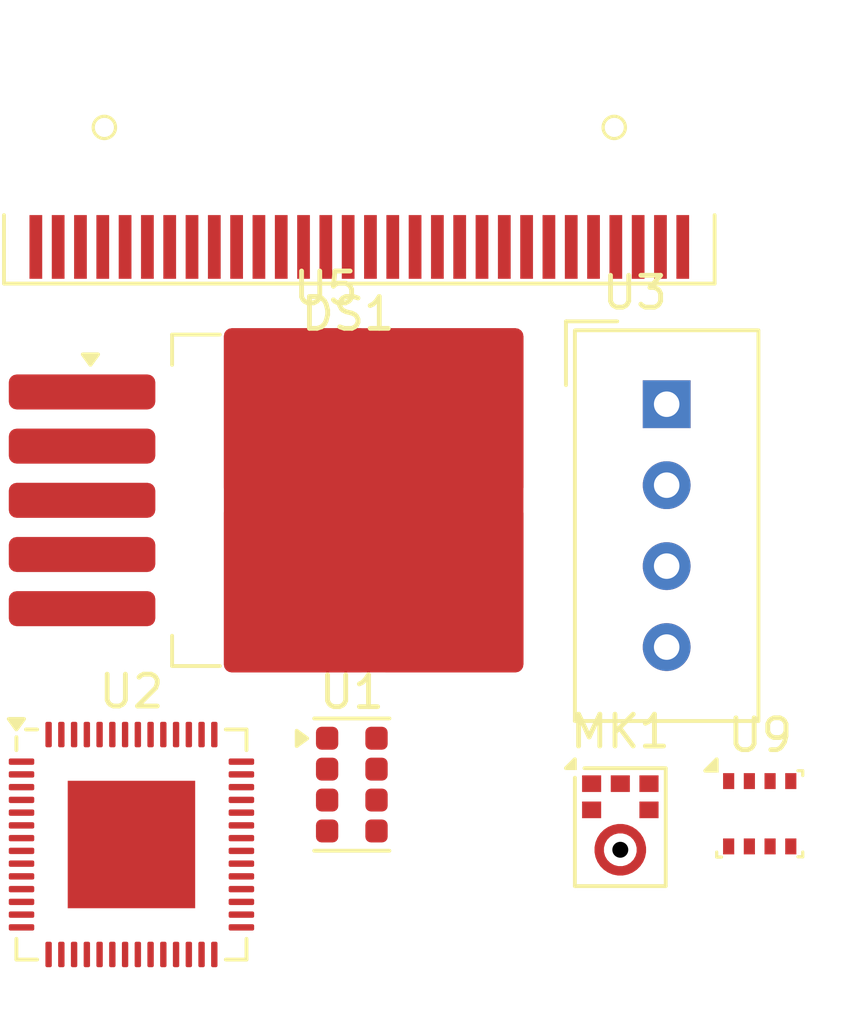
<source format=kicad_pcb>
(kicad_pcb (version 20240108) (generator "pcbnew") (generator_version "8.0")
  (layers (0 "F.Cu" signal) (31 "B.Cu" signal) (34 "B.Paste" user) (35 "F.Paste" user) (36 "B.SilkS" user "B.Silkscreen") (37 "F.SilkS" user "F.Silkscreen") (38 "B.Mask" user) (39 "F.Mask" user) (44 "Edge.Cuts" user))
  (net 0 "")
  (net 6 "Net-(DS1-VCC)")
  (net 11 "Net-(DS1-C1N)")
  (net 15 "Net-(DS1-C2N)")
  (net 31 "Net-(MK1-LR)")
  (net 33 "Net-(MK1-VDD)")
  (net 34 "Net-(U1-SCL)")
  (net 38 "Net-(J6-Pin_2)")
  (net 43 "Net-(J3-Pin_2)")
  (net 47 "Net-(J7-Pin_2)")
  (net 57 "Net-(J2-Pin_3)")
  (net 59 "Net-(J1-Pin_3)")
  (net 61 "Net-(J2-Pin_2)")
  (net 83 "Net-(U13-BAT)")
  (footprint "Sensor_Audio:InvenSense_ICS-43434-6_3.5x2.65mm" (layer "F.Cu") (at 138.65 101.395)
    (property "Reference" "MK1" (at 0 -3 0) (layer "F.SilkS"))
    (property "Value" "ICS-43434")
    (fp_line (start -1.425 1.85) (end -1.425 -1.55) (stroke (width 0.12)) (layer "F.SilkS"))
    (fp_line (start -1.125 -1.85) (end 1.425 -1.85) (stroke (width 0.12)) (layer "F.SilkS"))
    (fp_line (start 1.425 -1.85) (end 1.425 1.85) (stroke (width 0.12)) (layer "F.SilkS"))
    (fp_line (start 1.425 1.85) (end -1.425 1.85) (stroke (width 0.12)) (layer "F.SilkS"))
    (fp_poly (pts (xy -1.425 -1.85) (xy -1.705 -1.85) (xy -1.425 -2.13) (xy -1.425 -1.85)) (stroke (width 0.12)) (fill solid) (layer "F.SilkS"))
    (pad "" np_thru_hole circle (at 0 0.71) (size 0.5 0.5) (drill 0.5) (layers "*.Mask"))
    (pad "1" smd rect (at -0.9 -1.364) (size 0.6 0.522) (layers "F.Cu" "F.Mask"))
    (pad "2" smd rect (at -0.9 -0.542) (size 0.6 0.522) (layers "F.Cu" "F.Mask") (net 31 "Net-(MK1-LR)"))
    (pad "3" smd custom (at 0.6625 0.71 90) (size 0.3 0.3) (layers "F.Cu" "F.Mask") (net 6 "Net-(DS1-VCC)") (options (clearance outline) (anchor circle)) (primitives (gr_circle (center 0 -0.6625) (end 0.6625 -0.6625) (width 0.3) (fill no))))
    (pad "4" smd rect (at 0.9 -0.542) (size 0.6 0.522) (layers "F.Cu" "F.Mask"))
    (pad "5" smd rect (at 0.9 -1.364) (size 0.6 0.522) (layers "F.Cu" "F.Mask") (net 33 "Net-(MK1-VDD)"))
    (pad "6" smd rect (at 0 -1.364) (size 0.6 0.522) (layers "F.Cu" "F.Mask"))
  )
  (footprint "Sensor:Rohm_RPR-0521RS" (layer "F.Cu") (at 130.225 100.06)
    (property "Reference" "U1" (at 0 -2.9 0) (layer "F.SilkS"))
    (property "Value" "RPR-0521RS")
    (fp_line (start -1.18 -2.075) (end 1.18 -2.075) (stroke (width 0.12)) (layer "F.SilkS"))
    (fp_line (start -1.18 2.075) (end 1.18 2.075) (stroke (width 0.12)) (layer "F.SilkS"))
    (fp_poly (pts (xy -1.4 -1.45) (xy -1.73 -1.21) (xy -1.73 -1.69) (xy -1.4 -1.45)) (stroke (width 0.12)) (fill solid) (layer "F.SilkS"))
    (pad "1" smd roundrect (at -0.775 -1.455 270) (size 0.72 0.7) (layers "F.Cu" "F.Paste" "F.Mask") (net 6 "Net-(DS1-VCC)"))
    (pad "2" smd roundrect (at -0.775 -0.485 270) (size 0.72 0.7) (layers "F.Cu" "F.Paste" "F.Mask") (net 34 "Net-(U1-SCL)"))
    (pad "3" smd roundrect (at -0.775 0.485 270) (size 0.72 0.7) (layers "F.Cu" "F.Paste" "F.Mask") (net 6 "Net-(DS1-VCC)"))
    (pad "4" smd roundrect (at -0.775 1.455 270) (size 0.72 0.7) (layers "F.Cu" "F.Paste" "F.Mask"))
    (pad "5" smd roundrect (at 0.775 1.455 270) (size 0.72 0.7) (layers "F.Cu" "F.Paste" "F.Mask"))
    (pad "6" smd roundrect (at 0.775 0.485 270) (size 0.72 0.7) (layers "F.Cu" "F.Paste" "F.Mask"))
    (pad "7" smd roundrect (at 0.775 -0.485 270) (size 0.72 0.7) (layers "F.Cu" "F.Paste" "F.Mask"))
    (pad "8" smd roundrect (at 0.775 -1.455 270) (size 0.72 0.7) (layers "F.Cu" "F.Paste" "F.Mask") (net 38 "Net-(J6-Pin_2)"))
  )
  (footprint "Display:OLED-128O064D" (layer "F.Cu") (at 130.46 83.19)
    (property "Reference" "DS1" (at -0.35 2.1 0) (layer "F.SilkS"))
    (property "Value" "OLED-128O064D")
    (fp_line (start -11.15 -1) (end -11.15 1.15) (stroke (width 0.12)) (layer "F.SilkS"))
    (fp_line (start -11.15 1.15) (end 11.15 1.15) (stroke (width 0.12)) (layer "F.SilkS"))
    (fp_line (start 11.15 1.15) (end 11.15 -1) (stroke (width 0.12)) (layer "F.SilkS"))
    (fp_circle (center -8 -3.75) (end -7.65 -3.75) (stroke (width 0.1)) (fill none) (layer "F.SilkS"))
    (fp_circle (center 8 -3.75) (end 8.35 -3.75) (stroke (width 0.1)) (fill none) (layer "F.SilkS"))
    (pad "1" smd rect (at -10.15 0) (size 0.4 2) (layers "F.Cu" "F.Paste" "F.Mask") (net 6 "Net-(DS1-VCC)"))
    (pad "2" smd rect (at -9.45 0) (size 0.4 2) (layers "F.Cu" "F.Paste" "F.Mask") (net 15 "Net-(DS1-C2N)"))
    (pad "3" smd rect (at -8.75 0) (size 0.4 2) (layers "F.Cu" "F.Paste" "F.Mask"))
    (pad "4" smd rect (at -8.05 0) (size 0.4 2) (layers "F.Cu" "F.Paste" "F.Mask"))
    (pad "5" smd rect (at -7.35 0) (size 0.4 2) (layers "F.Cu" "F.Paste" "F.Mask") (net 11 "Net-(DS1-C1N)"))
    (pad "6" smd rect (at -6.65 0) (size 0.4 2) (layers "F.Cu" "F.Paste" "F.Mask"))
    (pad "7" smd rect (at -5.95 0) (size 0.4 2) (layers "F.Cu" "F.Paste" "F.Mask"))
    (pad "8" smd rect (at -5.25 0) (size 0.4 2) (layers "F.Cu" "F.Paste" "F.Mask"))
    (pad "9" smd rect (at -4.55 0) (size 0.4 2) (layers "F.Cu" "F.Paste" "F.Mask"))
    (pad "10" smd rect (at -3.85 0) (size 0.4 2) (layers "F.Cu" "F.Paste" "F.Mask"))
    (pad "11" smd rect (at -3.15 0) (size 0.4 2) (layers "F.Cu" "F.Paste" "F.Mask"))
    (pad "12" smd rect (at -2.45 0) (size 0.4 2) (layers "F.Cu" "F.Paste" "F.Mask"))
    (pad "13" smd rect (at -1.75 0) (size 0.4 2) (layers "F.Cu" "F.Paste" "F.Mask"))
    (pad "14" smd rect (at -1.05 0) (size 0.4 2) (layers "F.Cu" "F.Paste" "F.Mask"))
    (pad "15" smd rect (at -0.35 0) (size 0.4 2) (layers "F.Cu" "F.Paste" "F.Mask"))
    (pad "16" smd rect (at 0.35 0) (size 0.4 2) (layers "F.Cu" "F.Paste" "F.Mask"))
    (pad "17" smd rect (at 1.05 0) (size 0.4 2) (layers "F.Cu" "F.Paste" "F.Mask"))
    (pad "18" smd rect (at 1.75 0) (size 0.4 2) (layers "F.Cu" "F.Paste" "F.Mask"))
    (pad "19" smd rect (at 2.45 0) (size 0.4 2) (layers "F.Cu" "F.Paste" "F.Mask"))
    (pad "20" smd rect (at 3.15 0) (size 0.4 2) (layers "F.Cu" "F.Paste" "F.Mask"))
    (pad "21" smd rect (at 3.85 0) (size 0.4 2) (layers "F.Cu" "F.Paste" "F.Mask"))
    (pad "22" smd rect (at 4.55 0) (size 0.4 2) (layers "F.Cu" "F.Paste" "F.Mask"))
    (pad "23" smd rect (at 5.25 0) (size 0.4 2) (layers "F.Cu" "F.Paste" "F.Mask"))
    (pad "24" smd rect (at 5.95 0) (size 0.4 2) (layers "F.Cu" "F.Paste" "F.Mask"))
    (pad "25" smd rect (at 6.65 0) (size 0.4 2) (layers "F.Cu" "F.Paste" "F.Mask"))
    (pad "26" smd rect (at 7.35 0) (size 0.4 2) (layers "F.Cu" "F.Paste" "F.Mask"))
    (pad "27" smd rect (at 8.05 0) (size 0.4 2) (layers "F.Cu" "F.Paste" "F.Mask"))
    (pad "28" smd rect (at 8.75 0) (size 0.4 2) (layers "F.Cu" "F.Paste" "F.Mask") (net 6 "Net-(DS1-VCC)"))
    (pad "29" smd rect (at 9.45 0) (size 0.4 2) (layers "F.Cu" "F.Paste" "F.Mask"))
    (pad "30" smd rect (at 10.15 0) (size 0.4 2) (layers "F.Cu" "F.Paste" "F.Mask") (net 6 "Net-(DS1-VCC)"))
  )
  (footprint "Package_TO_SOT_SMD:TO-263-5_TabPin3" (layer "F.Cu") (at 129.41 91.14)
    (property "Reference" "U5" (at 0 -6.65 0) (layer "F.SilkS"))
    (property "Value" "LM2576HVS-3.3")
    (fp_line (start -4.825 -5.2) (end -4.825 -4.25) (stroke (width 0.12)) (layer "F.SilkS"))
    (fp_line (start -4.825 5.2) (end -4.825 4.25) (stroke (width 0.12)) (layer "F.SilkS"))
    (fp_line (start -3.325 -5.2) (end -4.825 -5.2) (stroke (width 0.12)) (layer "F.SilkS"))
    (fp_line (start -3.325 5.2) (end -4.825 5.2) (stroke (width 0.12)) (layer "F.SilkS"))
    (fp_poly (pts (xy -7.3875 -4.25) (xy -7.6275 -4.58) (xy -7.1475 -4.58) (xy -7.3875 -4.25)) (stroke (width 0.12)) (fill solid) (layer "F.SilkS"))
    (pad "1" smd roundrect (at -7.65 -3.4) (size 4.6 1.1) (layers "F.Cu" "F.Paste" "F.Mask") (roundrect_rratio 0.227273) (net 6 "Net-(DS1-VCC)"))
    (pad "2" smd roundrect (at -7.65 -1.7) (size 4.6 1.1) (layers "F.Cu" "F.Paste" "F.Mask") (roundrect_rratio 0.227273) (net 83 "Net-(U13-BAT)"))
    (pad "3" smd roundrect (at -7.65 0) (size 4.6 1.1) (layers "F.Cu" "F.Paste" "F.Mask") (roundrect_rratio 0.227273))
    (pad "3" smd roundrect (at -0.925 -2.775) (size 4.55 5.25) (layers "F.Cu" "F.Paste") (roundrect_rratio 0.054945))
    (pad "3" smd roundrect (at -0.925 2.775) (size 4.55 5.25) (layers "F.Cu" "F.Paste") (roundrect_rratio 0.054945))
    (pad "3" smd roundrect (at 1.5 0) (size 9.4 10.8) (layers "F.Cu" "F.Mask") (roundrect_rratio 0.026596))
    (pad "3" smd roundrect (at 3.925 -2.775) (size 4.55 5.25) (layers "F.Cu" "F.Paste") (roundrect_rratio 0.054945))
    (pad "3" smd roundrect (at 3.925 2.775) (size 4.55 5.25) (layers "F.Cu" "F.Paste") (roundrect_rratio 0.054945))
    (pad "4" smd roundrect (at -7.65 1.7) (size 4.6 1.1) (layers "F.Cu" "F.Paste" "F.Mask") (roundrect_rratio 0.227273) (net 83 "Net-(U13-BAT)"))
    (pad "5" smd roundrect (at -7.65 3.4) (size 4.6 1.1) (layers "F.Cu" "F.Paste" "F.Mask") (roundrect_rratio 0.227273) (net 6 "Net-(DS1-VCC)"))
  )
  (footprint "Package_LGA:Bosch_LGA-8_2.5x2.5mm_P0.65mm_ClockwisePinNumbering" (layer "F.Cu") (at 143.025 100.975)
    (property "Reference" "U9" (at 0.015 -2.465 0) (layer "F.SilkS"))
    (property "Value" "BME280")
    (fp_line (start -1.35 1.35) (end -1.35 1.2) (stroke (width 0.1)) (layer "F.SilkS"))
    (fp_line (start -1.35 1.36) (end -1.2 1.36) (stroke (width 0.1)) (layer "F.SilkS"))
    (fp_line (start 1.2 -1.35) (end 1.35 -1.35) (stroke (width 0.1)) (layer "F.SilkS"))
    (fp_line (start 1.35 -1.35) (end 1.35 -1.2) (stroke (width 0.1)) (layer "F.SilkS"))
    (fp_line (start 1.35 1.35) (end 1.2 1.35) (stroke (width 0.1)) (layer "F.SilkS"))
    (fp_line (start 1.35 1.35) (end 1.35 1.2) (stroke (width 0.1)) (layer "F.SilkS"))
    (fp_poly (pts (xy -1.35 -1.35) (xy -1.71 -1.35) (xy -1.35 -1.71) (xy -1.35 -1.35)) (stroke (width 0.12)) (fill solid) (layer "F.SilkS"))
    (pad "1" smd rect (at -0.975 -1.025 90) (size 0.5 0.35) (layers "F.Cu" "F.Paste" "F.Mask"))
    (pad "2" smd rect (at -0.325 -1.025 90) (size 0.5 0.35) (layers "F.Cu" "F.Paste" "F.Mask"))
    (pad "3" smd rect (at 0.325 -1.025 90) (size 0.5 0.35) (layers "F.Cu" "F.Paste" "F.Mask") (net 11 "Net-(DS1-C1N)"))
    (pad "4" smd rect (at 0.975 -1.025 90) (size 0.5 0.35) (layers "F.Cu" "F.Paste" "F.Mask") (net 57 "Net-(J2-Pin_3)"))
    (pad "5" smd rect (at 0.975 1.025 90) (size 0.5 0.35) (layers "F.Cu" "F.Paste" "F.Mask"))
    (pad "6" smd rect (at 0.325 1.025 90) (size 0.5 0.35) (layers "F.Cu" "F.Paste" "F.Mask") (net 6 "Net-(DS1-VCC)"))
    (pad "7" smd rect (at -0.325 1.025 90) (size 0.5 0.35) (layers "F.Cu" "F.Paste" "F.Mask") (net 6 "Net-(DS1-VCC)"))
    (pad "8" smd rect (at -0.975 1.025 90) (size 0.5 0.35) (layers "F.Cu" "F.Paste" "F.Mask") (net 6 "Net-(DS1-VCC)"))
  )
  (footprint "Sensor:Aosong_DHT11_5.5x12.0_P2.54mm" (layer "F.Cu") (at 140.105 88.125)
    (property "Reference" "U3" (at -1 -3.5 0) (layer "F.SilkS"))
    (property "Value" "DHT11")
    (fp_line (start -3.16 -2.6) (end -3.16 -0.6) (stroke (width 0.12)) (layer "F.SilkS"))
    (fp_line (start -3.16 -2.6) (end -1.55 -2.6) (stroke (width 0.12)) (layer "F.SilkS"))
    (fp_line (start -2.88 9.94) (end -2.88 -2.31) (stroke (width 0.12)) (layer "F.SilkS"))
    (fp_line (start -2.87 -2.32) (end 2.87 -2.32) (stroke (width 0.12)) (layer "F.SilkS"))
    (fp_line (start 2.88 -2.32) (end 2.88 9.94) (stroke (width 0.12)) (layer "F.SilkS"))
    (fp_line (start 2.88 9.94) (end -2.88 9.94) (stroke (width 0.12)) (layer "F.SilkS"))
    (pad "1" thru_hole rect (at 0 0) (size 1.5 1.5) (drill 0.8) (layers "*.Cu" "*.Mask") (net 6 "Net-(DS1-VCC)"))
    (pad "2" thru_hole circle (at 0 2.54) (size 1.5 1.5) (drill 0.8) (layers "*.Cu" "*.Mask") (net 59 "Net-(J1-Pin_3)"))
    (pad "3" thru_hole circle (at 0 5.08) (size 1.5 1.5) (drill 0.8) (layers "*.Cu" "*.Mask"))
    (pad "4" thru_hole circle (at 0 7.62) (size 1.5 1.5) (drill 0.8) (layers "*.Cu" "*.Mask") (net 6 "Net-(DS1-VCC)"))
  )
  (footprint "Package_DFN_QFN:QFN-56-1EP_7x7mm_P0.4mm_EP4x4mm" (layer "F.Cu") (at 123.31 101.94)
    (property "Reference" "U2" (at 0 -4.8 0) (layer "F.SilkS"))
    (property "Value" "ESP32-S3")
    (fp_line (start -3.61 -2.96) (end -3.61 -3.37) (stroke (width 0.12)) (layer "F.SilkS"))
    (fp_line (start -3.61 3.61) (end -3.61 2.96) (stroke (width 0.12)) (layer "F.SilkS"))
    (fp_line (start -2.96 -3.61) (end -3.31 -3.61) (stroke (width 0.12)) (layer "F.SilkS"))
    (fp_line (start -2.96 3.61) (end -3.61 3.61) (stroke (width 0.12)) (layer "F.SilkS"))
    (fp_line (start 2.96 -3.61) (end 3.61 -3.61) (stroke (width 0.12)) (layer "F.SilkS"))
    (fp_line (start 2.96 3.61) (end 3.61 3.61) (stroke (width 0.12)) (layer "F.SilkS"))
    (fp_line (start 3.61 -3.61) (end 3.61 -2.96) (stroke (width 0.12)) (layer "F.SilkS"))
    (fp_line (start 3.61 3.61) (end 3.61 2.96) (stroke (width 0.12)) (layer "F.SilkS"))
    (fp_poly (pts (xy -3.61 -3.61) (xy -3.85 -3.94) (xy -3.37 -3.94) (xy -3.61 -3.61)) (stroke (width 0.12)) (fill solid) (layer "F.SilkS"))
    (pad "1" smd roundrect (at -3.45 -2.6) (size 0.8 0.2) (layers "F.Cu" "F.Paste" "F.Mask"))
    (pad "2" smd roundrect (at -3.45 -2.2) (size 0.8 0.2) (layers "F.Cu" "F.Paste" "F.Mask") (net 6 "Net-(DS1-VCC)"))
    (pad "3" smd roundrect (at -3.45 -1.8) (size 0.8 0.2) (layers "F.Cu" "F.Paste" "F.Mask") (net 6 "Net-(DS1-VCC)"))
    (pad "4" smd roundrect (at -3.45 -1.4) (size 0.8 0.2) (layers "F.Cu" "F.Paste" "F.Mask"))
    (pad "5" smd roundrect (at -3.45 -1) (size 0.8 0.2) (layers "F.Cu" "F.Paste" "F.Mask"))
    (pad "6" smd roundrect (at -3.45 -0.6) (size 0.8 0.2) (layers "F.Cu" "F.Paste" "F.Mask"))
    (pad "7" smd roundrect (at -3.45 -0.2) (size 0.8 0.2) (layers "F.Cu" "F.Paste" "F.Mask"))
    (pad "8" smd roundrect (at -3.45 0.2) (size 0.8 0.2) (layers "F.Cu" "F.Paste" "F.Mask"))
    (pad "9" smd roundrect (at -3.45 0.6) (size 0.8 0.2) (layers "F.Cu" "F.Paste" "F.Mask"))
    (pad "10" smd roundrect (at -3.45 1) (size 0.8 0.2) (layers "F.Cu" "F.Paste" "F.Mask"))
    (pad "11" smd roundrect (at -3.45 1.4) (size 0.8 0.2) (layers "F.Cu" "F.Paste" "F.Mask"))
    (pad "12" smd roundrect (at -3.45 1.8) (size 0.8 0.2) (layers "F.Cu" "F.Paste" "F.Mask"))
    (pad "13" smd roundrect (at -3.45 2.2) (size 0.8 0.2) (layers "F.Cu" "F.Paste" "F.Mask") (net 34 "Net-(U1-SCL)"))
    (pad "14" smd roundrect (at -3.45 2.6) (size 0.8 0.2) (layers "F.Cu" "F.Paste" "F.Mask"))
    (pad "15" smd roundrect (at -2.6 3.45) (size 0.2 0.8) (layers "F.Cu" "F.Paste" "F.Mask"))
    (pad "16" smd roundrect (at -2.2 3.45) (size 0.2 0.8) (layers "F.Cu" "F.Paste" "F.Mask"))
    (pad "17" smd roundrect (at -1.8 3.45) (size 0.2 0.8) (layers "F.Cu" "F.Paste" "F.Mask"))
    (pad "18" smd roundrect (at -1.4 3.45) (size 0.2 0.8) (layers "F.Cu" "F.Paste" "F.Mask"))
    (pad "19" smd roundrect (at -1 3.45) (size 0.2 0.8) (layers "F.Cu" "F.Paste" "F.Mask"))
    (pad "20" smd roundrect (at -0.6 3.45) (size 0.2 0.8) (layers "F.Cu" "F.Paste" "F.Mask") (net 33 "Net-(MK1-VDD)"))
    (pad "21" smd roundrect (at -0.2 3.45) (size 0.2 0.8) (layers "F.Cu" "F.Paste" "F.Mask"))
    (pad "22" smd roundrect (at 0.2 3.45) (size 0.2 0.8) (layers "F.Cu" "F.Paste" "F.Mask") (net 15 "Net-(DS1-C2N)"))
    (pad "23" smd roundrect (at 0.6 3.45) (size 0.2 0.8) (layers "F.Cu" "F.Paste" "F.Mask") (net 38 "Net-(J6-Pin_2)"))
    (pad "24" smd roundrect (at 1 3.45) (size 0.2 0.8) (layers "F.Cu" "F.Paste" "F.Mask"))
    (pad "25" smd roundrect (at 1.4 3.45) (size 0.2 0.8) (layers "F.Cu" "F.Paste" "F.Mask") (net 59 "Net-(J1-Pin_3)"))
    (pad "26" smd roundrect (at 1.8 3.45) (size 0.2 0.8) (layers "F.Cu" "F.Paste" "F.Mask") (net 43 "Net-(J3-Pin_2)"))
    (pad "27" smd roundrect (at 2.2 3.45) (size 0.2 0.8) (layers "F.Cu" "F.Paste" "F.Mask") (net 11 "Net-(DS1-C1N)"))
    (pad "28" smd roundrect (at 2.6 3.45) (size 0.2 0.8) (layers "F.Cu" "F.Paste" "F.Mask") (net 6 "Net-(DS1-VCC)"))
    (pad "29" smd roundrect (at 3.45 2.6) (size 0.8 0.2) (layers "F.Cu" "F.Paste" "F.Mask"))
    (pad "30" smd roundrect (at 3.45 2.2) (size 0.8 0.2) (layers "F.Cu" "F.Paste" "F.Mask"))
    (pad "31" smd roundrect (at 3.45 1.8) (size 0.8 0.2) (layers "F.Cu" "F.Paste" "F.Mask"))
    (pad "32" smd roundrect (at 3.45 1.4) (size 0.8 0.2) (layers "F.Cu" "F.Paste" "F.Mask") (net 47 "Net-(J7-Pin_2)"))
    (pad "33" smd roundrect (at 3.45 1) (size 0.8 0.2) (layers "F.Cu" "F.Paste" "F.Mask") (net 59 "Net-(J1-Pin_3)"))
    (pad "34" smd roundrect (at 3.45 0.6) (size 0.8 0.2) (layers "F.Cu" "F.Paste" "F.Mask"))
    (pad "35" smd roundrect (at 3.45 0.2) (size 0.8 0.2) (layers "F.Cu" "F.Paste" "F.Mask"))
    (pad "36" smd roundrect (at 3.45 -0.2) (size 0.8 0.2) (layers "F.Cu" "F.Paste" "F.Mask"))
    (pad "37" smd roundrect (at 3.45 -0.6) (size 0.8 0.2) (layers "F.Cu" "F.Paste" "F.Mask"))
    (pad "38" smd roundrect (at 3.45 -1) (size 0.8 0.2) (layers "F.Cu" "F.Paste" "F.Mask"))
    (pad "39" smd roundrect (at 3.45 -1.4) (size 0.8 0.2) (layers "F.Cu" "F.Paste" "F.Mask") (net 61 "Net-(J2-Pin_2)"))
    (pad "40" smd roundrect (at 3.45 -1.8) (size 0.8 0.2) (layers "F.Cu" "F.Paste" "F.Mask") (net 31 "Net-(MK1-LR)"))
    (pad "41" smd roundrect (at 3.45 -2.2) (size 0.8 0.2) (layers "F.Cu" "F.Paste" "F.Mask") (net 57 "Net-(J2-Pin_3)"))
    (pad "42" smd roundrect (at 3.45 -2.6) (size 0.8 0.2) (layers "F.Cu" "F.Paste" "F.Mask"))
    (pad "43" smd roundrect (at 2.6 -3.45) (size 0.2 0.8) (layers "F.Cu" "F.Paste" "F.Mask"))
    (pad "44" smd roundrect (at 2.2 -3.45) (size 0.2 0.8) (layers "F.Cu" "F.Paste" "F.Mask") (net 38 "Net-(J6-Pin_2)"))
    (pad "45" smd roundrect (at 1.8 -3.45) (size 0.2 0.8) (layers "F.Cu" "F.Paste" "F.Mask"))
    (pad "46" smd roundrect (at 1.4 -3.45) (size 0.2 0.8) (layers "F.Cu" "F.Paste" "F.Mask"))
    (pad "47" smd roundrect (at 1 -3.45) (size 0.2 0.8) (layers "F.Cu" "F.Paste" "F.Mask"))
    (pad "48" smd roundrect (at 0.6 -3.45) (size 0.2 0.8) (layers "F.Cu" "F.Paste" "F.Mask"))
    (pad "49" smd roundrect (at 0.2 -3.45) (size 0.2 0.8) (layers "F.Cu" "F.Paste" "F.Mask"))
    (pad "50" smd roundrect (at -0.2 -3.45) (size 0.2 0.8) (layers "F.Cu" "F.Paste" "F.Mask"))
    (pad "51" smd roundrect (at -0.6 -3.45) (size 0.2 0.8) (layers "F.Cu" "F.Paste" "F.Mask"))
    (pad "52" smd roundrect (at -1 -3.45) (size 0.2 0.8) (layers "F.Cu" "F.Paste" "F.Mask") (net 15 "Net-(DS1-C2N)"))
    (pad "53" smd roundrect (at -1.4 -3.45) (size 0.2 0.8) (layers "F.Cu" "F.Paste" "F.Mask"))
    (pad "54" smd roundrect (at -1.8 -3.45) (size 0.2 0.8) (layers "F.Cu" "F.Paste" "F.Mask"))
    (pad "55" smd roundrect (at -2.2 -3.45) (size 0.2 0.8) (layers "F.Cu" "F.Paste" "F.Mask") (net 6 "Net-(DS1-VCC)"))
    (pad "56" smd roundrect (at -2.6 -3.45) (size 0.2 0.8) (layers "F.Cu" "F.Paste" "F.Mask") (net 6 "Net-(DS1-VCC)"))
    (pad "57" smd rect (at 0 0) (size 4 4) (property pad_prop_heatsink) (layers "F.Cu" "F.Mask") (net 6 "Net-(DS1-VCC)"))
  )
)
</source>
